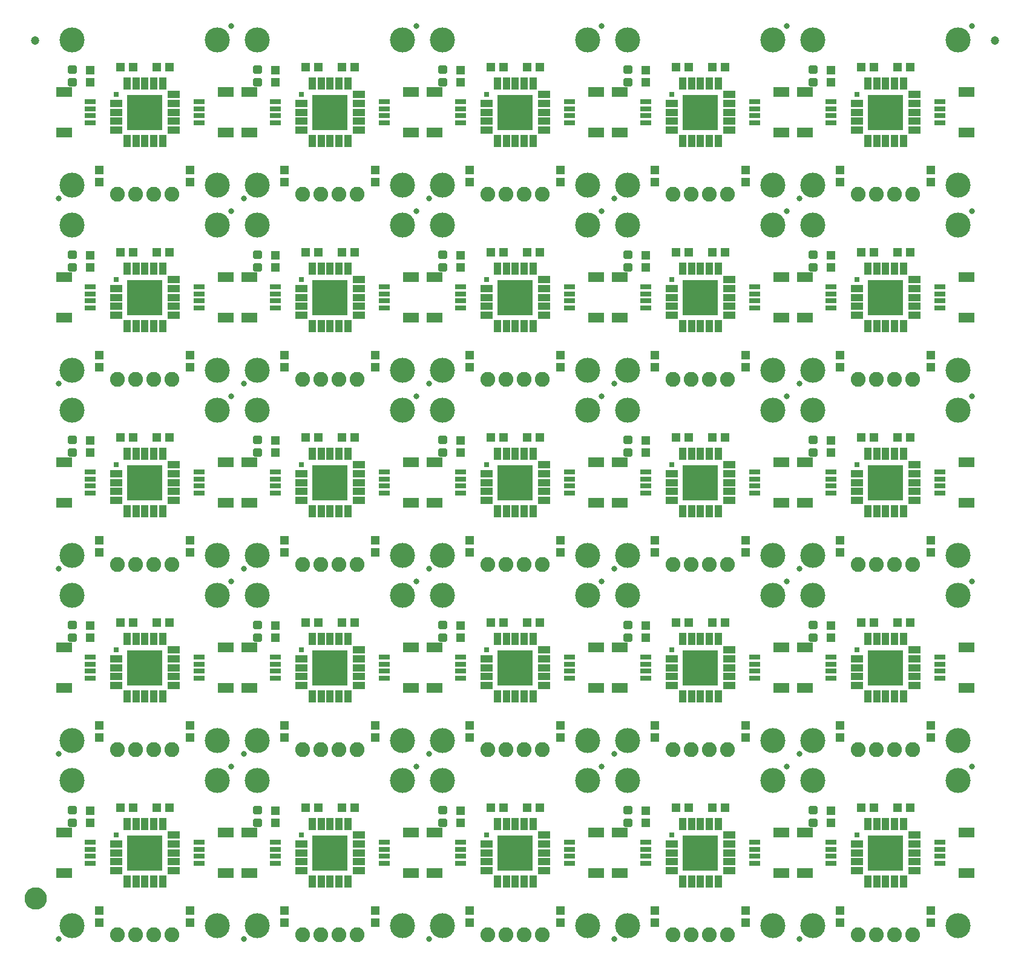
<source format=gts>
G04 EAGLE Gerber RS-274X export*
G75*
%MOMM*%
%FSLAX34Y34*%
%LPD*%
%INSoldermask Top*%
%IPPOS*%
%AMOC8*
5,1,8,0,0,1.08239X$1,22.5*%
G01*
%ADD10C,3.505200*%
%ADD11C,0.838200*%
%ADD12R,2.203200X1.403200*%
%ADD13R,1.553200X0.803200*%
%ADD14C,2.082800*%
%ADD15C,0.505344*%
%ADD16R,1.203200X1.303200*%
%ADD17R,5.003200X5.003200*%
%ADD18R,0.703200X0.703200*%
%ADD19R,1.703200X1.003200*%
%ADD20R,1.003200X1.703200*%
%ADD21R,1.303200X1.203200*%
%ADD22C,1.203200*%
%ADD23C,1.270000*%
%ADD24C,1.703200*%


D10*
X25400Y25400D03*
X25400Y228600D03*
D11*
X247650Y247650D03*
X6350Y6350D03*
D12*
X239950Y99000D03*
X239950Y155000D03*
D13*
X203200Y112000D03*
X203200Y122000D03*
X203200Y132000D03*
X203200Y142000D03*
D14*
X88900Y12700D03*
X114300Y12700D03*
X139700Y12700D03*
X165100Y12700D03*
D12*
X14050Y155000D03*
X14050Y99000D03*
D13*
X50800Y142000D03*
X50800Y132000D03*
X50800Y122000D03*
X50800Y112000D03*
D10*
X228600Y25400D03*
X228600Y228600D03*
D15*
X28890Y183080D02*
X21910Y183080D01*
X21910Y190060D01*
X28890Y190060D01*
X28890Y183080D01*
X28890Y187880D02*
X21910Y187880D01*
X21910Y165540D02*
X28890Y165540D01*
X21910Y165540D02*
X21910Y172520D01*
X28890Y172520D01*
X28890Y165540D01*
X28890Y170340D02*
X21910Y170340D01*
D16*
X50800Y169300D03*
X50800Y186300D03*
X63500Y29600D03*
X63500Y46600D03*
X190500Y29600D03*
X190500Y46600D03*
D17*
X127000Y127000D03*
D18*
X87000Y152000D03*
D19*
X87000Y139500D03*
X87000Y127000D03*
X87000Y114500D03*
X87000Y102000D03*
D20*
X102000Y87000D03*
X114500Y87000D03*
X127000Y87000D03*
X139500Y87000D03*
X152000Y87000D03*
D19*
X167000Y102000D03*
X167000Y114500D03*
X167000Y127000D03*
X167000Y139500D03*
X167000Y152000D03*
D20*
X152000Y167000D03*
X139500Y167000D03*
X127000Y167000D03*
X114500Y167000D03*
X102000Y167000D03*
D21*
X110100Y190500D03*
X93100Y190500D03*
X143900Y190500D03*
X160900Y190500D03*
D10*
X284480Y25400D03*
X284480Y228600D03*
D11*
X506730Y247650D03*
X265430Y6350D03*
D12*
X499030Y99000D03*
X499030Y155000D03*
D13*
X462280Y112000D03*
X462280Y122000D03*
X462280Y132000D03*
X462280Y142000D03*
D14*
X347980Y12700D03*
X373380Y12700D03*
X398780Y12700D03*
X424180Y12700D03*
D12*
X273130Y155000D03*
X273130Y99000D03*
D13*
X309880Y142000D03*
X309880Y132000D03*
X309880Y122000D03*
X309880Y112000D03*
D10*
X487680Y25400D03*
X487680Y228600D03*
D15*
X287970Y183080D02*
X280990Y183080D01*
X280990Y190060D01*
X287970Y190060D01*
X287970Y183080D01*
X287970Y187880D02*
X280990Y187880D01*
X280990Y165540D02*
X287970Y165540D01*
X280990Y165540D02*
X280990Y172520D01*
X287970Y172520D01*
X287970Y165540D01*
X287970Y170340D02*
X280990Y170340D01*
D16*
X309880Y169300D03*
X309880Y186300D03*
X322580Y29600D03*
X322580Y46600D03*
X449580Y29600D03*
X449580Y46600D03*
D17*
X386080Y127000D03*
D18*
X346080Y152000D03*
D19*
X346080Y139500D03*
X346080Y127000D03*
X346080Y114500D03*
X346080Y102000D03*
D20*
X361080Y87000D03*
X373580Y87000D03*
X386080Y87000D03*
X398580Y87000D03*
X411080Y87000D03*
D19*
X426080Y102000D03*
X426080Y114500D03*
X426080Y127000D03*
X426080Y139500D03*
X426080Y152000D03*
D20*
X411080Y167000D03*
X398580Y167000D03*
X386080Y167000D03*
X373580Y167000D03*
X361080Y167000D03*
D21*
X369180Y190500D03*
X352180Y190500D03*
X402980Y190500D03*
X419980Y190500D03*
D10*
X543560Y25400D03*
X543560Y228600D03*
D11*
X765810Y247650D03*
X524510Y6350D03*
D12*
X758110Y99000D03*
X758110Y155000D03*
D13*
X721360Y112000D03*
X721360Y122000D03*
X721360Y132000D03*
X721360Y142000D03*
D14*
X607060Y12700D03*
X632460Y12700D03*
X657860Y12700D03*
X683260Y12700D03*
D12*
X532210Y155000D03*
X532210Y99000D03*
D13*
X568960Y142000D03*
X568960Y132000D03*
X568960Y122000D03*
X568960Y112000D03*
D10*
X746760Y25400D03*
X746760Y228600D03*
D15*
X547050Y183080D02*
X540070Y183080D01*
X540070Y190060D01*
X547050Y190060D01*
X547050Y183080D01*
X547050Y187880D02*
X540070Y187880D01*
X540070Y165540D02*
X547050Y165540D01*
X540070Y165540D02*
X540070Y172520D01*
X547050Y172520D01*
X547050Y165540D01*
X547050Y170340D02*
X540070Y170340D01*
D16*
X568960Y169300D03*
X568960Y186300D03*
X581660Y29600D03*
X581660Y46600D03*
X708660Y29600D03*
X708660Y46600D03*
D17*
X645160Y127000D03*
D18*
X605160Y152000D03*
D19*
X605160Y139500D03*
X605160Y127000D03*
X605160Y114500D03*
X605160Y102000D03*
D20*
X620160Y87000D03*
X632660Y87000D03*
X645160Y87000D03*
X657660Y87000D03*
X670160Y87000D03*
D19*
X685160Y102000D03*
X685160Y114500D03*
X685160Y127000D03*
X685160Y139500D03*
X685160Y152000D03*
D20*
X670160Y167000D03*
X657660Y167000D03*
X645160Y167000D03*
X632660Y167000D03*
X620160Y167000D03*
D21*
X628260Y190500D03*
X611260Y190500D03*
X662060Y190500D03*
X679060Y190500D03*
D10*
X802640Y25400D03*
X802640Y228600D03*
D11*
X1024890Y247650D03*
X783590Y6350D03*
D12*
X1017190Y99000D03*
X1017190Y155000D03*
D13*
X980440Y112000D03*
X980440Y122000D03*
X980440Y132000D03*
X980440Y142000D03*
D14*
X866140Y12700D03*
X891540Y12700D03*
X916940Y12700D03*
X942340Y12700D03*
D12*
X791290Y155000D03*
X791290Y99000D03*
D13*
X828040Y142000D03*
X828040Y132000D03*
X828040Y122000D03*
X828040Y112000D03*
D10*
X1005840Y25400D03*
X1005840Y228600D03*
D15*
X806130Y183080D02*
X799150Y183080D01*
X799150Y190060D01*
X806130Y190060D01*
X806130Y183080D01*
X806130Y187880D02*
X799150Y187880D01*
X799150Y165540D02*
X806130Y165540D01*
X799150Y165540D02*
X799150Y172520D01*
X806130Y172520D01*
X806130Y165540D01*
X806130Y170340D02*
X799150Y170340D01*
D16*
X828040Y169300D03*
X828040Y186300D03*
X840740Y29600D03*
X840740Y46600D03*
X967740Y29600D03*
X967740Y46600D03*
D17*
X904240Y127000D03*
D18*
X864240Y152000D03*
D19*
X864240Y139500D03*
X864240Y127000D03*
X864240Y114500D03*
X864240Y102000D03*
D20*
X879240Y87000D03*
X891740Y87000D03*
X904240Y87000D03*
X916740Y87000D03*
X929240Y87000D03*
D19*
X944240Y102000D03*
X944240Y114500D03*
X944240Y127000D03*
X944240Y139500D03*
X944240Y152000D03*
D20*
X929240Y167000D03*
X916740Y167000D03*
X904240Y167000D03*
X891740Y167000D03*
X879240Y167000D03*
D21*
X887340Y190500D03*
X870340Y190500D03*
X921140Y190500D03*
X938140Y190500D03*
D10*
X1061720Y25400D03*
X1061720Y228600D03*
D11*
X1283970Y247650D03*
X1042670Y6350D03*
D12*
X1276270Y99000D03*
X1276270Y155000D03*
D13*
X1239520Y112000D03*
X1239520Y122000D03*
X1239520Y132000D03*
X1239520Y142000D03*
D14*
X1125220Y12700D03*
X1150620Y12700D03*
X1176020Y12700D03*
X1201420Y12700D03*
D12*
X1050370Y155000D03*
X1050370Y99000D03*
D13*
X1087120Y142000D03*
X1087120Y132000D03*
X1087120Y122000D03*
X1087120Y112000D03*
D10*
X1264920Y25400D03*
X1264920Y228600D03*
D15*
X1065210Y183080D02*
X1058230Y183080D01*
X1058230Y190060D01*
X1065210Y190060D01*
X1065210Y183080D01*
X1065210Y187880D02*
X1058230Y187880D01*
X1058230Y165540D02*
X1065210Y165540D01*
X1058230Y165540D02*
X1058230Y172520D01*
X1065210Y172520D01*
X1065210Y165540D01*
X1065210Y170340D02*
X1058230Y170340D01*
D16*
X1087120Y169300D03*
X1087120Y186300D03*
X1099820Y29600D03*
X1099820Y46600D03*
X1226820Y29600D03*
X1226820Y46600D03*
D17*
X1163320Y127000D03*
D18*
X1123320Y152000D03*
D19*
X1123320Y139500D03*
X1123320Y127000D03*
X1123320Y114500D03*
X1123320Y102000D03*
D20*
X1138320Y87000D03*
X1150820Y87000D03*
X1163320Y87000D03*
X1175820Y87000D03*
X1188320Y87000D03*
D19*
X1203320Y102000D03*
X1203320Y114500D03*
X1203320Y127000D03*
X1203320Y139500D03*
X1203320Y152000D03*
D20*
X1188320Y167000D03*
X1175820Y167000D03*
X1163320Y167000D03*
X1150820Y167000D03*
X1138320Y167000D03*
D21*
X1146420Y190500D03*
X1129420Y190500D03*
X1180220Y190500D03*
X1197220Y190500D03*
D10*
X25400Y284480D03*
X25400Y487680D03*
D11*
X247650Y506730D03*
X6350Y265430D03*
D12*
X239950Y358080D03*
X239950Y414080D03*
D13*
X203200Y371080D03*
X203200Y381080D03*
X203200Y391080D03*
X203200Y401080D03*
D14*
X88900Y271780D03*
X114300Y271780D03*
X139700Y271780D03*
X165100Y271780D03*
D12*
X14050Y414080D03*
X14050Y358080D03*
D13*
X50800Y401080D03*
X50800Y391080D03*
X50800Y381080D03*
X50800Y371080D03*
D10*
X228600Y284480D03*
X228600Y487680D03*
D15*
X28890Y442160D02*
X21910Y442160D01*
X21910Y449140D01*
X28890Y449140D01*
X28890Y442160D01*
X28890Y446960D02*
X21910Y446960D01*
X21910Y424620D02*
X28890Y424620D01*
X21910Y424620D02*
X21910Y431600D01*
X28890Y431600D01*
X28890Y424620D01*
X28890Y429420D02*
X21910Y429420D01*
D16*
X50800Y428380D03*
X50800Y445380D03*
X63500Y288680D03*
X63500Y305680D03*
X190500Y288680D03*
X190500Y305680D03*
D17*
X127000Y386080D03*
D18*
X87000Y411080D03*
D19*
X87000Y398580D03*
X87000Y386080D03*
X87000Y373580D03*
X87000Y361080D03*
D20*
X102000Y346080D03*
X114500Y346080D03*
X127000Y346080D03*
X139500Y346080D03*
X152000Y346080D03*
D19*
X167000Y361080D03*
X167000Y373580D03*
X167000Y386080D03*
X167000Y398580D03*
X167000Y411080D03*
D20*
X152000Y426080D03*
X139500Y426080D03*
X127000Y426080D03*
X114500Y426080D03*
X102000Y426080D03*
D21*
X110100Y449580D03*
X93100Y449580D03*
X143900Y449580D03*
X160900Y449580D03*
D10*
X284480Y284480D03*
X284480Y487680D03*
D11*
X506730Y506730D03*
X265430Y265430D03*
D12*
X499030Y358080D03*
X499030Y414080D03*
D13*
X462280Y371080D03*
X462280Y381080D03*
X462280Y391080D03*
X462280Y401080D03*
D14*
X347980Y271780D03*
X373380Y271780D03*
X398780Y271780D03*
X424180Y271780D03*
D12*
X273130Y414080D03*
X273130Y358080D03*
D13*
X309880Y401080D03*
X309880Y391080D03*
X309880Y381080D03*
X309880Y371080D03*
D10*
X487680Y284480D03*
X487680Y487680D03*
D15*
X287970Y442160D02*
X280990Y442160D01*
X280990Y449140D01*
X287970Y449140D01*
X287970Y442160D01*
X287970Y446960D02*
X280990Y446960D01*
X280990Y424620D02*
X287970Y424620D01*
X280990Y424620D02*
X280990Y431600D01*
X287970Y431600D01*
X287970Y424620D01*
X287970Y429420D02*
X280990Y429420D01*
D16*
X309880Y428380D03*
X309880Y445380D03*
X322580Y288680D03*
X322580Y305680D03*
X449580Y288680D03*
X449580Y305680D03*
D17*
X386080Y386080D03*
D18*
X346080Y411080D03*
D19*
X346080Y398580D03*
X346080Y386080D03*
X346080Y373580D03*
X346080Y361080D03*
D20*
X361080Y346080D03*
X373580Y346080D03*
X386080Y346080D03*
X398580Y346080D03*
X411080Y346080D03*
D19*
X426080Y361080D03*
X426080Y373580D03*
X426080Y386080D03*
X426080Y398580D03*
X426080Y411080D03*
D20*
X411080Y426080D03*
X398580Y426080D03*
X386080Y426080D03*
X373580Y426080D03*
X361080Y426080D03*
D21*
X369180Y449580D03*
X352180Y449580D03*
X402980Y449580D03*
X419980Y449580D03*
D10*
X543560Y284480D03*
X543560Y487680D03*
D11*
X765810Y506730D03*
X524510Y265430D03*
D12*
X758110Y358080D03*
X758110Y414080D03*
D13*
X721360Y371080D03*
X721360Y381080D03*
X721360Y391080D03*
X721360Y401080D03*
D14*
X607060Y271780D03*
X632460Y271780D03*
X657860Y271780D03*
X683260Y271780D03*
D12*
X532210Y414080D03*
X532210Y358080D03*
D13*
X568960Y401080D03*
X568960Y391080D03*
X568960Y381080D03*
X568960Y371080D03*
D10*
X746760Y284480D03*
X746760Y487680D03*
D15*
X547050Y442160D02*
X540070Y442160D01*
X540070Y449140D01*
X547050Y449140D01*
X547050Y442160D01*
X547050Y446960D02*
X540070Y446960D01*
X540070Y424620D02*
X547050Y424620D01*
X540070Y424620D02*
X540070Y431600D01*
X547050Y431600D01*
X547050Y424620D01*
X547050Y429420D02*
X540070Y429420D01*
D16*
X568960Y428380D03*
X568960Y445380D03*
X581660Y288680D03*
X581660Y305680D03*
X708660Y288680D03*
X708660Y305680D03*
D17*
X645160Y386080D03*
D18*
X605160Y411080D03*
D19*
X605160Y398580D03*
X605160Y386080D03*
X605160Y373580D03*
X605160Y361080D03*
D20*
X620160Y346080D03*
X632660Y346080D03*
X645160Y346080D03*
X657660Y346080D03*
X670160Y346080D03*
D19*
X685160Y361080D03*
X685160Y373580D03*
X685160Y386080D03*
X685160Y398580D03*
X685160Y411080D03*
D20*
X670160Y426080D03*
X657660Y426080D03*
X645160Y426080D03*
X632660Y426080D03*
X620160Y426080D03*
D21*
X628260Y449580D03*
X611260Y449580D03*
X662060Y449580D03*
X679060Y449580D03*
D10*
X802640Y284480D03*
X802640Y487680D03*
D11*
X1024890Y506730D03*
X783590Y265430D03*
D12*
X1017190Y358080D03*
X1017190Y414080D03*
D13*
X980440Y371080D03*
X980440Y381080D03*
X980440Y391080D03*
X980440Y401080D03*
D14*
X866140Y271780D03*
X891540Y271780D03*
X916940Y271780D03*
X942340Y271780D03*
D12*
X791290Y414080D03*
X791290Y358080D03*
D13*
X828040Y401080D03*
X828040Y391080D03*
X828040Y381080D03*
X828040Y371080D03*
D10*
X1005840Y284480D03*
X1005840Y487680D03*
D15*
X806130Y442160D02*
X799150Y442160D01*
X799150Y449140D01*
X806130Y449140D01*
X806130Y442160D01*
X806130Y446960D02*
X799150Y446960D01*
X799150Y424620D02*
X806130Y424620D01*
X799150Y424620D02*
X799150Y431600D01*
X806130Y431600D01*
X806130Y424620D01*
X806130Y429420D02*
X799150Y429420D01*
D16*
X828040Y428380D03*
X828040Y445380D03*
X840740Y288680D03*
X840740Y305680D03*
X967740Y288680D03*
X967740Y305680D03*
D17*
X904240Y386080D03*
D18*
X864240Y411080D03*
D19*
X864240Y398580D03*
X864240Y386080D03*
X864240Y373580D03*
X864240Y361080D03*
D20*
X879240Y346080D03*
X891740Y346080D03*
X904240Y346080D03*
X916740Y346080D03*
X929240Y346080D03*
D19*
X944240Y361080D03*
X944240Y373580D03*
X944240Y386080D03*
X944240Y398580D03*
X944240Y411080D03*
D20*
X929240Y426080D03*
X916740Y426080D03*
X904240Y426080D03*
X891740Y426080D03*
X879240Y426080D03*
D21*
X887340Y449580D03*
X870340Y449580D03*
X921140Y449580D03*
X938140Y449580D03*
D10*
X1061720Y284480D03*
X1061720Y487680D03*
D11*
X1283970Y506730D03*
X1042670Y265430D03*
D12*
X1276270Y358080D03*
X1276270Y414080D03*
D13*
X1239520Y371080D03*
X1239520Y381080D03*
X1239520Y391080D03*
X1239520Y401080D03*
D14*
X1125220Y271780D03*
X1150620Y271780D03*
X1176020Y271780D03*
X1201420Y271780D03*
D12*
X1050370Y414080D03*
X1050370Y358080D03*
D13*
X1087120Y401080D03*
X1087120Y391080D03*
X1087120Y381080D03*
X1087120Y371080D03*
D10*
X1264920Y284480D03*
X1264920Y487680D03*
D15*
X1065210Y442160D02*
X1058230Y442160D01*
X1058230Y449140D01*
X1065210Y449140D01*
X1065210Y442160D01*
X1065210Y446960D02*
X1058230Y446960D01*
X1058230Y424620D02*
X1065210Y424620D01*
X1058230Y424620D02*
X1058230Y431600D01*
X1065210Y431600D01*
X1065210Y424620D01*
X1065210Y429420D02*
X1058230Y429420D01*
D16*
X1087120Y428380D03*
X1087120Y445380D03*
X1099820Y288680D03*
X1099820Y305680D03*
X1226820Y288680D03*
X1226820Y305680D03*
D17*
X1163320Y386080D03*
D18*
X1123320Y411080D03*
D19*
X1123320Y398580D03*
X1123320Y386080D03*
X1123320Y373580D03*
X1123320Y361080D03*
D20*
X1138320Y346080D03*
X1150820Y346080D03*
X1163320Y346080D03*
X1175820Y346080D03*
X1188320Y346080D03*
D19*
X1203320Y361080D03*
X1203320Y373580D03*
X1203320Y386080D03*
X1203320Y398580D03*
X1203320Y411080D03*
D20*
X1188320Y426080D03*
X1175820Y426080D03*
X1163320Y426080D03*
X1150820Y426080D03*
X1138320Y426080D03*
D21*
X1146420Y449580D03*
X1129420Y449580D03*
X1180220Y449580D03*
X1197220Y449580D03*
D10*
X25400Y543560D03*
X25400Y746760D03*
D11*
X247650Y765810D03*
X6350Y524510D03*
D12*
X239950Y617160D03*
X239950Y673160D03*
D13*
X203200Y630160D03*
X203200Y640160D03*
X203200Y650160D03*
X203200Y660160D03*
D14*
X88900Y530860D03*
X114300Y530860D03*
X139700Y530860D03*
X165100Y530860D03*
D12*
X14050Y673160D03*
X14050Y617160D03*
D13*
X50800Y660160D03*
X50800Y650160D03*
X50800Y640160D03*
X50800Y630160D03*
D10*
X228600Y543560D03*
X228600Y746760D03*
D15*
X28890Y701240D02*
X21910Y701240D01*
X21910Y708220D01*
X28890Y708220D01*
X28890Y701240D01*
X28890Y706040D02*
X21910Y706040D01*
X21910Y683700D02*
X28890Y683700D01*
X21910Y683700D02*
X21910Y690680D01*
X28890Y690680D01*
X28890Y683700D01*
X28890Y688500D02*
X21910Y688500D01*
D16*
X50800Y687460D03*
X50800Y704460D03*
X63500Y547760D03*
X63500Y564760D03*
X190500Y547760D03*
X190500Y564760D03*
D17*
X127000Y645160D03*
D18*
X87000Y670160D03*
D19*
X87000Y657660D03*
X87000Y645160D03*
X87000Y632660D03*
X87000Y620160D03*
D20*
X102000Y605160D03*
X114500Y605160D03*
X127000Y605160D03*
X139500Y605160D03*
X152000Y605160D03*
D19*
X167000Y620160D03*
X167000Y632660D03*
X167000Y645160D03*
X167000Y657660D03*
X167000Y670160D03*
D20*
X152000Y685160D03*
X139500Y685160D03*
X127000Y685160D03*
X114500Y685160D03*
X102000Y685160D03*
D21*
X110100Y708660D03*
X93100Y708660D03*
X143900Y708660D03*
X160900Y708660D03*
D10*
X284480Y543560D03*
X284480Y746760D03*
D11*
X506730Y765810D03*
X265430Y524510D03*
D12*
X499030Y617160D03*
X499030Y673160D03*
D13*
X462280Y630160D03*
X462280Y640160D03*
X462280Y650160D03*
X462280Y660160D03*
D14*
X347980Y530860D03*
X373380Y530860D03*
X398780Y530860D03*
X424180Y530860D03*
D12*
X273130Y673160D03*
X273130Y617160D03*
D13*
X309880Y660160D03*
X309880Y650160D03*
X309880Y640160D03*
X309880Y630160D03*
D10*
X487680Y543560D03*
X487680Y746760D03*
D15*
X287970Y701240D02*
X280990Y701240D01*
X280990Y708220D01*
X287970Y708220D01*
X287970Y701240D01*
X287970Y706040D02*
X280990Y706040D01*
X280990Y683700D02*
X287970Y683700D01*
X280990Y683700D02*
X280990Y690680D01*
X287970Y690680D01*
X287970Y683700D01*
X287970Y688500D02*
X280990Y688500D01*
D16*
X309880Y687460D03*
X309880Y704460D03*
X322580Y547760D03*
X322580Y564760D03*
X449580Y547760D03*
X449580Y564760D03*
D17*
X386080Y645160D03*
D18*
X346080Y670160D03*
D19*
X346080Y657660D03*
X346080Y645160D03*
X346080Y632660D03*
X346080Y620160D03*
D20*
X361080Y605160D03*
X373580Y605160D03*
X386080Y605160D03*
X398580Y605160D03*
X411080Y605160D03*
D19*
X426080Y620160D03*
X426080Y632660D03*
X426080Y645160D03*
X426080Y657660D03*
X426080Y670160D03*
D20*
X411080Y685160D03*
X398580Y685160D03*
X386080Y685160D03*
X373580Y685160D03*
X361080Y685160D03*
D21*
X369180Y708660D03*
X352180Y708660D03*
X402980Y708660D03*
X419980Y708660D03*
D10*
X543560Y543560D03*
X543560Y746760D03*
D11*
X765810Y765810D03*
X524510Y524510D03*
D12*
X758110Y617160D03*
X758110Y673160D03*
D13*
X721360Y630160D03*
X721360Y640160D03*
X721360Y650160D03*
X721360Y660160D03*
D14*
X607060Y530860D03*
X632460Y530860D03*
X657860Y530860D03*
X683260Y530860D03*
D12*
X532210Y673160D03*
X532210Y617160D03*
D13*
X568960Y660160D03*
X568960Y650160D03*
X568960Y640160D03*
X568960Y630160D03*
D10*
X746760Y543560D03*
X746760Y746760D03*
D15*
X547050Y701240D02*
X540070Y701240D01*
X540070Y708220D01*
X547050Y708220D01*
X547050Y701240D01*
X547050Y706040D02*
X540070Y706040D01*
X540070Y683700D02*
X547050Y683700D01*
X540070Y683700D02*
X540070Y690680D01*
X547050Y690680D01*
X547050Y683700D01*
X547050Y688500D02*
X540070Y688500D01*
D16*
X568960Y687460D03*
X568960Y704460D03*
X581660Y547760D03*
X581660Y564760D03*
X708660Y547760D03*
X708660Y564760D03*
D17*
X645160Y645160D03*
D18*
X605160Y670160D03*
D19*
X605160Y657660D03*
X605160Y645160D03*
X605160Y632660D03*
X605160Y620160D03*
D20*
X620160Y605160D03*
X632660Y605160D03*
X645160Y605160D03*
X657660Y605160D03*
X670160Y605160D03*
D19*
X685160Y620160D03*
X685160Y632660D03*
X685160Y645160D03*
X685160Y657660D03*
X685160Y670160D03*
D20*
X670160Y685160D03*
X657660Y685160D03*
X645160Y685160D03*
X632660Y685160D03*
X620160Y685160D03*
D21*
X628260Y708660D03*
X611260Y708660D03*
X662060Y708660D03*
X679060Y708660D03*
D10*
X802640Y543560D03*
X802640Y746760D03*
D11*
X1024890Y765810D03*
X783590Y524510D03*
D12*
X1017190Y617160D03*
X1017190Y673160D03*
D13*
X980440Y630160D03*
X980440Y640160D03*
X980440Y650160D03*
X980440Y660160D03*
D14*
X866140Y530860D03*
X891540Y530860D03*
X916940Y530860D03*
X942340Y530860D03*
D12*
X791290Y673160D03*
X791290Y617160D03*
D13*
X828040Y660160D03*
X828040Y650160D03*
X828040Y640160D03*
X828040Y630160D03*
D10*
X1005840Y543560D03*
X1005840Y746760D03*
D15*
X806130Y701240D02*
X799150Y701240D01*
X799150Y708220D01*
X806130Y708220D01*
X806130Y701240D01*
X806130Y706040D02*
X799150Y706040D01*
X799150Y683700D02*
X806130Y683700D01*
X799150Y683700D02*
X799150Y690680D01*
X806130Y690680D01*
X806130Y683700D01*
X806130Y688500D02*
X799150Y688500D01*
D16*
X828040Y687460D03*
X828040Y704460D03*
X840740Y547760D03*
X840740Y564760D03*
X967740Y547760D03*
X967740Y564760D03*
D17*
X904240Y645160D03*
D18*
X864240Y670160D03*
D19*
X864240Y657660D03*
X864240Y645160D03*
X864240Y632660D03*
X864240Y620160D03*
D20*
X879240Y605160D03*
X891740Y605160D03*
X904240Y605160D03*
X916740Y605160D03*
X929240Y605160D03*
D19*
X944240Y620160D03*
X944240Y632660D03*
X944240Y645160D03*
X944240Y657660D03*
X944240Y670160D03*
D20*
X929240Y685160D03*
X916740Y685160D03*
X904240Y685160D03*
X891740Y685160D03*
X879240Y685160D03*
D21*
X887340Y708660D03*
X870340Y708660D03*
X921140Y708660D03*
X938140Y708660D03*
D10*
X1061720Y543560D03*
X1061720Y746760D03*
D11*
X1283970Y765810D03*
X1042670Y524510D03*
D12*
X1276270Y617160D03*
X1276270Y673160D03*
D13*
X1239520Y630160D03*
X1239520Y640160D03*
X1239520Y650160D03*
X1239520Y660160D03*
D14*
X1125220Y530860D03*
X1150620Y530860D03*
X1176020Y530860D03*
X1201420Y530860D03*
D12*
X1050370Y673160D03*
X1050370Y617160D03*
D13*
X1087120Y660160D03*
X1087120Y650160D03*
X1087120Y640160D03*
X1087120Y630160D03*
D10*
X1264920Y543560D03*
X1264920Y746760D03*
D15*
X1065210Y701240D02*
X1058230Y701240D01*
X1058230Y708220D01*
X1065210Y708220D01*
X1065210Y701240D01*
X1065210Y706040D02*
X1058230Y706040D01*
X1058230Y683700D02*
X1065210Y683700D01*
X1058230Y683700D02*
X1058230Y690680D01*
X1065210Y690680D01*
X1065210Y683700D01*
X1065210Y688500D02*
X1058230Y688500D01*
D16*
X1087120Y687460D03*
X1087120Y704460D03*
X1099820Y547760D03*
X1099820Y564760D03*
X1226820Y547760D03*
X1226820Y564760D03*
D17*
X1163320Y645160D03*
D18*
X1123320Y670160D03*
D19*
X1123320Y657660D03*
X1123320Y645160D03*
X1123320Y632660D03*
X1123320Y620160D03*
D20*
X1138320Y605160D03*
X1150820Y605160D03*
X1163320Y605160D03*
X1175820Y605160D03*
X1188320Y605160D03*
D19*
X1203320Y620160D03*
X1203320Y632660D03*
X1203320Y645160D03*
X1203320Y657660D03*
X1203320Y670160D03*
D20*
X1188320Y685160D03*
X1175820Y685160D03*
X1163320Y685160D03*
X1150820Y685160D03*
X1138320Y685160D03*
D21*
X1146420Y708660D03*
X1129420Y708660D03*
X1180220Y708660D03*
X1197220Y708660D03*
D10*
X25400Y802640D03*
X25400Y1005840D03*
D11*
X247650Y1024890D03*
X6350Y783590D03*
D12*
X239950Y876240D03*
X239950Y932240D03*
D13*
X203200Y889240D03*
X203200Y899240D03*
X203200Y909240D03*
X203200Y919240D03*
D14*
X88900Y789940D03*
X114300Y789940D03*
X139700Y789940D03*
X165100Y789940D03*
D12*
X14050Y932240D03*
X14050Y876240D03*
D13*
X50800Y919240D03*
X50800Y909240D03*
X50800Y899240D03*
X50800Y889240D03*
D10*
X228600Y802640D03*
X228600Y1005840D03*
D15*
X28890Y960320D02*
X21910Y960320D01*
X21910Y967300D01*
X28890Y967300D01*
X28890Y960320D01*
X28890Y965120D02*
X21910Y965120D01*
X21910Y942780D02*
X28890Y942780D01*
X21910Y942780D02*
X21910Y949760D01*
X28890Y949760D01*
X28890Y942780D01*
X28890Y947580D02*
X21910Y947580D01*
D16*
X50800Y946540D03*
X50800Y963540D03*
X63500Y806840D03*
X63500Y823840D03*
X190500Y806840D03*
X190500Y823840D03*
D17*
X127000Y904240D03*
D18*
X87000Y929240D03*
D19*
X87000Y916740D03*
X87000Y904240D03*
X87000Y891740D03*
X87000Y879240D03*
D20*
X102000Y864240D03*
X114500Y864240D03*
X127000Y864240D03*
X139500Y864240D03*
X152000Y864240D03*
D19*
X167000Y879240D03*
X167000Y891740D03*
X167000Y904240D03*
X167000Y916740D03*
X167000Y929240D03*
D20*
X152000Y944240D03*
X139500Y944240D03*
X127000Y944240D03*
X114500Y944240D03*
X102000Y944240D03*
D21*
X110100Y967740D03*
X93100Y967740D03*
X143900Y967740D03*
X160900Y967740D03*
D10*
X284480Y802640D03*
X284480Y1005840D03*
D11*
X506730Y1024890D03*
X265430Y783590D03*
D12*
X499030Y876240D03*
X499030Y932240D03*
D13*
X462280Y889240D03*
X462280Y899240D03*
X462280Y909240D03*
X462280Y919240D03*
D14*
X347980Y789940D03*
X373380Y789940D03*
X398780Y789940D03*
X424180Y789940D03*
D12*
X273130Y932240D03*
X273130Y876240D03*
D13*
X309880Y919240D03*
X309880Y909240D03*
X309880Y899240D03*
X309880Y889240D03*
D10*
X487680Y802640D03*
X487680Y1005840D03*
D15*
X287970Y960320D02*
X280990Y960320D01*
X280990Y967300D01*
X287970Y967300D01*
X287970Y960320D01*
X287970Y965120D02*
X280990Y965120D01*
X280990Y942780D02*
X287970Y942780D01*
X280990Y942780D02*
X280990Y949760D01*
X287970Y949760D01*
X287970Y942780D01*
X287970Y947580D02*
X280990Y947580D01*
D16*
X309880Y946540D03*
X309880Y963540D03*
X322580Y806840D03*
X322580Y823840D03*
X449580Y806840D03*
X449580Y823840D03*
D17*
X386080Y904240D03*
D18*
X346080Y929240D03*
D19*
X346080Y916740D03*
X346080Y904240D03*
X346080Y891740D03*
X346080Y879240D03*
D20*
X361080Y864240D03*
X373580Y864240D03*
X386080Y864240D03*
X398580Y864240D03*
X411080Y864240D03*
D19*
X426080Y879240D03*
X426080Y891740D03*
X426080Y904240D03*
X426080Y916740D03*
X426080Y929240D03*
D20*
X411080Y944240D03*
X398580Y944240D03*
X386080Y944240D03*
X373580Y944240D03*
X361080Y944240D03*
D21*
X369180Y967740D03*
X352180Y967740D03*
X402980Y967740D03*
X419980Y967740D03*
D10*
X543560Y802640D03*
X543560Y1005840D03*
D11*
X765810Y1024890D03*
X524510Y783590D03*
D12*
X758110Y876240D03*
X758110Y932240D03*
D13*
X721360Y889240D03*
X721360Y899240D03*
X721360Y909240D03*
X721360Y919240D03*
D14*
X607060Y789940D03*
X632460Y789940D03*
X657860Y789940D03*
X683260Y789940D03*
D12*
X532210Y932240D03*
X532210Y876240D03*
D13*
X568960Y919240D03*
X568960Y909240D03*
X568960Y899240D03*
X568960Y889240D03*
D10*
X746760Y802640D03*
X746760Y1005840D03*
D15*
X547050Y960320D02*
X540070Y960320D01*
X540070Y967300D01*
X547050Y967300D01*
X547050Y960320D01*
X547050Y965120D02*
X540070Y965120D01*
X540070Y942780D02*
X547050Y942780D01*
X540070Y942780D02*
X540070Y949760D01*
X547050Y949760D01*
X547050Y942780D01*
X547050Y947580D02*
X540070Y947580D01*
D16*
X568960Y946540D03*
X568960Y963540D03*
X581660Y806840D03*
X581660Y823840D03*
X708660Y806840D03*
X708660Y823840D03*
D17*
X645160Y904240D03*
D18*
X605160Y929240D03*
D19*
X605160Y916740D03*
X605160Y904240D03*
X605160Y891740D03*
X605160Y879240D03*
D20*
X620160Y864240D03*
X632660Y864240D03*
X645160Y864240D03*
X657660Y864240D03*
X670160Y864240D03*
D19*
X685160Y879240D03*
X685160Y891740D03*
X685160Y904240D03*
X685160Y916740D03*
X685160Y929240D03*
D20*
X670160Y944240D03*
X657660Y944240D03*
X645160Y944240D03*
X632660Y944240D03*
X620160Y944240D03*
D21*
X628260Y967740D03*
X611260Y967740D03*
X662060Y967740D03*
X679060Y967740D03*
D10*
X802640Y802640D03*
X802640Y1005840D03*
D11*
X1024890Y1024890D03*
X783590Y783590D03*
D12*
X1017190Y876240D03*
X1017190Y932240D03*
D13*
X980440Y889240D03*
X980440Y899240D03*
X980440Y909240D03*
X980440Y919240D03*
D14*
X866140Y789940D03*
X891540Y789940D03*
X916940Y789940D03*
X942340Y789940D03*
D12*
X791290Y932240D03*
X791290Y876240D03*
D13*
X828040Y919240D03*
X828040Y909240D03*
X828040Y899240D03*
X828040Y889240D03*
D10*
X1005840Y802640D03*
X1005840Y1005840D03*
D15*
X806130Y960320D02*
X799150Y960320D01*
X799150Y967300D01*
X806130Y967300D01*
X806130Y960320D01*
X806130Y965120D02*
X799150Y965120D01*
X799150Y942780D02*
X806130Y942780D01*
X799150Y942780D02*
X799150Y949760D01*
X806130Y949760D01*
X806130Y942780D01*
X806130Y947580D02*
X799150Y947580D01*
D16*
X828040Y946540D03*
X828040Y963540D03*
X840740Y806840D03*
X840740Y823840D03*
X967740Y806840D03*
X967740Y823840D03*
D17*
X904240Y904240D03*
D18*
X864240Y929240D03*
D19*
X864240Y916740D03*
X864240Y904240D03*
X864240Y891740D03*
X864240Y879240D03*
D20*
X879240Y864240D03*
X891740Y864240D03*
X904240Y864240D03*
X916740Y864240D03*
X929240Y864240D03*
D19*
X944240Y879240D03*
X944240Y891740D03*
X944240Y904240D03*
X944240Y916740D03*
X944240Y929240D03*
D20*
X929240Y944240D03*
X916740Y944240D03*
X904240Y944240D03*
X891740Y944240D03*
X879240Y944240D03*
D21*
X887340Y967740D03*
X870340Y967740D03*
X921140Y967740D03*
X938140Y967740D03*
D10*
X1061720Y802640D03*
X1061720Y1005840D03*
D11*
X1283970Y1024890D03*
X1042670Y783590D03*
D12*
X1276270Y876240D03*
X1276270Y932240D03*
D13*
X1239520Y889240D03*
X1239520Y899240D03*
X1239520Y909240D03*
X1239520Y919240D03*
D14*
X1125220Y789940D03*
X1150620Y789940D03*
X1176020Y789940D03*
X1201420Y789940D03*
D12*
X1050370Y932240D03*
X1050370Y876240D03*
D13*
X1087120Y919240D03*
X1087120Y909240D03*
X1087120Y899240D03*
X1087120Y889240D03*
D10*
X1264920Y802640D03*
X1264920Y1005840D03*
D15*
X1065210Y960320D02*
X1058230Y960320D01*
X1058230Y967300D01*
X1065210Y967300D01*
X1065210Y960320D01*
X1065210Y965120D02*
X1058230Y965120D01*
X1058230Y942780D02*
X1065210Y942780D01*
X1058230Y942780D02*
X1058230Y949760D01*
X1065210Y949760D01*
X1065210Y942780D01*
X1065210Y947580D02*
X1058230Y947580D01*
D16*
X1087120Y946540D03*
X1087120Y963540D03*
X1099820Y806840D03*
X1099820Y823840D03*
X1226820Y806840D03*
X1226820Y823840D03*
D17*
X1163320Y904240D03*
D18*
X1123320Y929240D03*
D19*
X1123320Y916740D03*
X1123320Y904240D03*
X1123320Y891740D03*
X1123320Y879240D03*
D20*
X1138320Y864240D03*
X1150820Y864240D03*
X1163320Y864240D03*
X1175820Y864240D03*
X1188320Y864240D03*
D19*
X1203320Y879240D03*
X1203320Y891740D03*
X1203320Y904240D03*
X1203320Y916740D03*
X1203320Y929240D03*
D20*
X1188320Y944240D03*
X1175820Y944240D03*
X1163320Y944240D03*
X1150820Y944240D03*
X1138320Y944240D03*
D21*
X1146420Y967740D03*
X1129420Y967740D03*
X1180220Y967740D03*
X1197220Y967740D03*
D10*
X25400Y1061720D03*
X25400Y1264920D03*
D11*
X247650Y1283970D03*
X6350Y1042670D03*
D12*
X239950Y1135320D03*
X239950Y1191320D03*
D13*
X203200Y1148320D03*
X203200Y1158320D03*
X203200Y1168320D03*
X203200Y1178320D03*
D14*
X88900Y1049020D03*
X114300Y1049020D03*
X139700Y1049020D03*
X165100Y1049020D03*
D12*
X14050Y1191320D03*
X14050Y1135320D03*
D13*
X50800Y1178320D03*
X50800Y1168320D03*
X50800Y1158320D03*
X50800Y1148320D03*
D10*
X228600Y1061720D03*
X228600Y1264920D03*
D15*
X28890Y1219400D02*
X21910Y1219400D01*
X21910Y1226380D01*
X28890Y1226380D01*
X28890Y1219400D01*
X28890Y1224200D02*
X21910Y1224200D01*
X21910Y1201860D02*
X28890Y1201860D01*
X21910Y1201860D02*
X21910Y1208840D01*
X28890Y1208840D01*
X28890Y1201860D01*
X28890Y1206660D02*
X21910Y1206660D01*
D16*
X50800Y1205620D03*
X50800Y1222620D03*
X63500Y1065920D03*
X63500Y1082920D03*
X190500Y1065920D03*
X190500Y1082920D03*
D17*
X127000Y1163320D03*
D18*
X87000Y1188320D03*
D19*
X87000Y1175820D03*
X87000Y1163320D03*
X87000Y1150820D03*
X87000Y1138320D03*
D20*
X102000Y1123320D03*
X114500Y1123320D03*
X127000Y1123320D03*
X139500Y1123320D03*
X152000Y1123320D03*
D19*
X167000Y1138320D03*
X167000Y1150820D03*
X167000Y1163320D03*
X167000Y1175820D03*
X167000Y1188320D03*
D20*
X152000Y1203320D03*
X139500Y1203320D03*
X127000Y1203320D03*
X114500Y1203320D03*
X102000Y1203320D03*
D21*
X110100Y1226820D03*
X93100Y1226820D03*
X143900Y1226820D03*
X160900Y1226820D03*
D10*
X284480Y1061720D03*
X284480Y1264920D03*
D11*
X506730Y1283970D03*
X265430Y1042670D03*
D12*
X499030Y1135320D03*
X499030Y1191320D03*
D13*
X462280Y1148320D03*
X462280Y1158320D03*
X462280Y1168320D03*
X462280Y1178320D03*
D14*
X347980Y1049020D03*
X373380Y1049020D03*
X398780Y1049020D03*
X424180Y1049020D03*
D12*
X273130Y1191320D03*
X273130Y1135320D03*
D13*
X309880Y1178320D03*
X309880Y1168320D03*
X309880Y1158320D03*
X309880Y1148320D03*
D10*
X487680Y1061720D03*
X487680Y1264920D03*
D15*
X287970Y1219400D02*
X280990Y1219400D01*
X280990Y1226380D01*
X287970Y1226380D01*
X287970Y1219400D01*
X287970Y1224200D02*
X280990Y1224200D01*
X280990Y1201860D02*
X287970Y1201860D01*
X280990Y1201860D02*
X280990Y1208840D01*
X287970Y1208840D01*
X287970Y1201860D01*
X287970Y1206660D02*
X280990Y1206660D01*
D16*
X309880Y1205620D03*
X309880Y1222620D03*
X322580Y1065920D03*
X322580Y1082920D03*
X449580Y1065920D03*
X449580Y1082920D03*
D17*
X386080Y1163320D03*
D18*
X346080Y1188320D03*
D19*
X346080Y1175820D03*
X346080Y1163320D03*
X346080Y1150820D03*
X346080Y1138320D03*
D20*
X361080Y1123320D03*
X373580Y1123320D03*
X386080Y1123320D03*
X398580Y1123320D03*
X411080Y1123320D03*
D19*
X426080Y1138320D03*
X426080Y1150820D03*
X426080Y1163320D03*
X426080Y1175820D03*
X426080Y1188320D03*
D20*
X411080Y1203320D03*
X398580Y1203320D03*
X386080Y1203320D03*
X373580Y1203320D03*
X361080Y1203320D03*
D21*
X369180Y1226820D03*
X352180Y1226820D03*
X402980Y1226820D03*
X419980Y1226820D03*
D10*
X543560Y1061720D03*
X543560Y1264920D03*
D11*
X765810Y1283970D03*
X524510Y1042670D03*
D12*
X758110Y1135320D03*
X758110Y1191320D03*
D13*
X721360Y1148320D03*
X721360Y1158320D03*
X721360Y1168320D03*
X721360Y1178320D03*
D14*
X607060Y1049020D03*
X632460Y1049020D03*
X657860Y1049020D03*
X683260Y1049020D03*
D12*
X532210Y1191320D03*
X532210Y1135320D03*
D13*
X568960Y1178320D03*
X568960Y1168320D03*
X568960Y1158320D03*
X568960Y1148320D03*
D10*
X746760Y1061720D03*
X746760Y1264920D03*
D15*
X547050Y1219400D02*
X540070Y1219400D01*
X540070Y1226380D01*
X547050Y1226380D01*
X547050Y1219400D01*
X547050Y1224200D02*
X540070Y1224200D01*
X540070Y1201860D02*
X547050Y1201860D01*
X540070Y1201860D02*
X540070Y1208840D01*
X547050Y1208840D01*
X547050Y1201860D01*
X547050Y1206660D02*
X540070Y1206660D01*
D16*
X568960Y1205620D03*
X568960Y1222620D03*
X581660Y1065920D03*
X581660Y1082920D03*
X708660Y1065920D03*
X708660Y1082920D03*
D17*
X645160Y1163320D03*
D18*
X605160Y1188320D03*
D19*
X605160Y1175820D03*
X605160Y1163320D03*
X605160Y1150820D03*
X605160Y1138320D03*
D20*
X620160Y1123320D03*
X632660Y1123320D03*
X645160Y1123320D03*
X657660Y1123320D03*
X670160Y1123320D03*
D19*
X685160Y1138320D03*
X685160Y1150820D03*
X685160Y1163320D03*
X685160Y1175820D03*
X685160Y1188320D03*
D20*
X670160Y1203320D03*
X657660Y1203320D03*
X645160Y1203320D03*
X632660Y1203320D03*
X620160Y1203320D03*
D21*
X628260Y1226820D03*
X611260Y1226820D03*
X662060Y1226820D03*
X679060Y1226820D03*
D10*
X802640Y1061720D03*
X802640Y1264920D03*
D11*
X1024890Y1283970D03*
X783590Y1042670D03*
D12*
X1017190Y1135320D03*
X1017190Y1191320D03*
D13*
X980440Y1148320D03*
X980440Y1158320D03*
X980440Y1168320D03*
X980440Y1178320D03*
D14*
X866140Y1049020D03*
X891540Y1049020D03*
X916940Y1049020D03*
X942340Y1049020D03*
D12*
X791290Y1191320D03*
X791290Y1135320D03*
D13*
X828040Y1178320D03*
X828040Y1168320D03*
X828040Y1158320D03*
X828040Y1148320D03*
D10*
X1005840Y1061720D03*
X1005840Y1264920D03*
D15*
X806130Y1219400D02*
X799150Y1219400D01*
X799150Y1226380D01*
X806130Y1226380D01*
X806130Y1219400D01*
X806130Y1224200D02*
X799150Y1224200D01*
X799150Y1201860D02*
X806130Y1201860D01*
X799150Y1201860D02*
X799150Y1208840D01*
X806130Y1208840D01*
X806130Y1201860D01*
X806130Y1206660D02*
X799150Y1206660D01*
D16*
X828040Y1205620D03*
X828040Y1222620D03*
X840740Y1065920D03*
X840740Y1082920D03*
X967740Y1065920D03*
X967740Y1082920D03*
D17*
X904240Y1163320D03*
D18*
X864240Y1188320D03*
D19*
X864240Y1175820D03*
X864240Y1163320D03*
X864240Y1150820D03*
X864240Y1138320D03*
D20*
X879240Y1123320D03*
X891740Y1123320D03*
X904240Y1123320D03*
X916740Y1123320D03*
X929240Y1123320D03*
D19*
X944240Y1138320D03*
X944240Y1150820D03*
X944240Y1163320D03*
X944240Y1175820D03*
X944240Y1188320D03*
D20*
X929240Y1203320D03*
X916740Y1203320D03*
X904240Y1203320D03*
X891740Y1203320D03*
X879240Y1203320D03*
D21*
X887340Y1226820D03*
X870340Y1226820D03*
X921140Y1226820D03*
X938140Y1226820D03*
D10*
X1061720Y1061720D03*
X1061720Y1264920D03*
D11*
X1283970Y1283970D03*
X1042670Y1042670D03*
D12*
X1276270Y1135320D03*
X1276270Y1191320D03*
D13*
X1239520Y1148320D03*
X1239520Y1158320D03*
X1239520Y1168320D03*
X1239520Y1178320D03*
D14*
X1125220Y1049020D03*
X1150620Y1049020D03*
X1176020Y1049020D03*
X1201420Y1049020D03*
D12*
X1050370Y1191320D03*
X1050370Y1135320D03*
D13*
X1087120Y1178320D03*
X1087120Y1168320D03*
X1087120Y1158320D03*
X1087120Y1148320D03*
D10*
X1264920Y1061720D03*
X1264920Y1264920D03*
D15*
X1065210Y1219400D02*
X1058230Y1219400D01*
X1058230Y1226380D01*
X1065210Y1226380D01*
X1065210Y1219400D01*
X1065210Y1224200D02*
X1058230Y1224200D01*
X1058230Y1201860D02*
X1065210Y1201860D01*
X1058230Y1201860D02*
X1058230Y1208840D01*
X1065210Y1208840D01*
X1065210Y1201860D01*
X1065210Y1206660D02*
X1058230Y1206660D01*
D16*
X1087120Y1205620D03*
X1087120Y1222620D03*
X1099820Y1065920D03*
X1099820Y1082920D03*
X1226820Y1065920D03*
X1226820Y1082920D03*
D17*
X1163320Y1163320D03*
D18*
X1123320Y1188320D03*
D19*
X1123320Y1175820D03*
X1123320Y1163320D03*
X1123320Y1150820D03*
X1123320Y1138320D03*
D20*
X1138320Y1123320D03*
X1150820Y1123320D03*
X1163320Y1123320D03*
X1175820Y1123320D03*
X1188320Y1123320D03*
D19*
X1203320Y1138320D03*
X1203320Y1150820D03*
X1203320Y1163320D03*
X1203320Y1175820D03*
X1203320Y1188320D03*
D20*
X1188320Y1203320D03*
X1175820Y1203320D03*
X1163320Y1203320D03*
X1150820Y1203320D03*
X1138320Y1203320D03*
D21*
X1146420Y1226820D03*
X1129420Y1226820D03*
X1180220Y1226820D03*
X1197220Y1226820D03*
D22*
X-26238Y1263650D03*
X1316558Y1263650D03*
D23*
X-35293Y63500D02*
X-35290Y63722D01*
X-35282Y63944D01*
X-35268Y64166D01*
X-35249Y64388D01*
X-35225Y64608D01*
X-35195Y64829D01*
X-35160Y65048D01*
X-35119Y65267D01*
X-35073Y65484D01*
X-35022Y65700D01*
X-34965Y65915D01*
X-34903Y66129D01*
X-34836Y66340D01*
X-34764Y66551D01*
X-34686Y66759D01*
X-34604Y66965D01*
X-34516Y67169D01*
X-34424Y67372D01*
X-34326Y67571D01*
X-34224Y67768D01*
X-34117Y67963D01*
X-34005Y68155D01*
X-33888Y68344D01*
X-33767Y68531D01*
X-33641Y68714D01*
X-33511Y68894D01*
X-33376Y69071D01*
X-33238Y69244D01*
X-33095Y69414D01*
X-32947Y69581D01*
X-32796Y69744D01*
X-32641Y69903D01*
X-32482Y70058D01*
X-32319Y70209D01*
X-32152Y70357D01*
X-31982Y70500D01*
X-31809Y70638D01*
X-31632Y70773D01*
X-31452Y70903D01*
X-31269Y71029D01*
X-31082Y71150D01*
X-30893Y71267D01*
X-30701Y71379D01*
X-30506Y71486D01*
X-30309Y71588D01*
X-30110Y71686D01*
X-29907Y71778D01*
X-29703Y71866D01*
X-29497Y71948D01*
X-29289Y72026D01*
X-29078Y72098D01*
X-28867Y72165D01*
X-28653Y72227D01*
X-28438Y72284D01*
X-28222Y72335D01*
X-28005Y72381D01*
X-27786Y72422D01*
X-27567Y72457D01*
X-27346Y72487D01*
X-27126Y72511D01*
X-26904Y72530D01*
X-26682Y72544D01*
X-26460Y72552D01*
X-26238Y72555D01*
X-26016Y72552D01*
X-25794Y72544D01*
X-25572Y72530D01*
X-25350Y72511D01*
X-25130Y72487D01*
X-24909Y72457D01*
X-24690Y72422D01*
X-24471Y72381D01*
X-24254Y72335D01*
X-24038Y72284D01*
X-23823Y72227D01*
X-23609Y72165D01*
X-23398Y72098D01*
X-23187Y72026D01*
X-22979Y71948D01*
X-22773Y71866D01*
X-22569Y71778D01*
X-22366Y71686D01*
X-22167Y71588D01*
X-21970Y71486D01*
X-21775Y71379D01*
X-21583Y71267D01*
X-21394Y71150D01*
X-21207Y71029D01*
X-21024Y70903D01*
X-20844Y70773D01*
X-20667Y70638D01*
X-20494Y70500D01*
X-20324Y70357D01*
X-20157Y70209D01*
X-19994Y70058D01*
X-19835Y69903D01*
X-19680Y69744D01*
X-19529Y69581D01*
X-19381Y69414D01*
X-19238Y69244D01*
X-19100Y69071D01*
X-18965Y68894D01*
X-18835Y68714D01*
X-18709Y68531D01*
X-18588Y68344D01*
X-18471Y68155D01*
X-18359Y67963D01*
X-18252Y67768D01*
X-18150Y67571D01*
X-18052Y67372D01*
X-17960Y67169D01*
X-17872Y66965D01*
X-17790Y66759D01*
X-17712Y66551D01*
X-17640Y66340D01*
X-17573Y66129D01*
X-17511Y65915D01*
X-17454Y65700D01*
X-17403Y65484D01*
X-17357Y65267D01*
X-17316Y65048D01*
X-17281Y64829D01*
X-17251Y64608D01*
X-17227Y64388D01*
X-17208Y64166D01*
X-17194Y63944D01*
X-17186Y63722D01*
X-17183Y63500D01*
X-17186Y63278D01*
X-17194Y63056D01*
X-17208Y62834D01*
X-17227Y62612D01*
X-17251Y62392D01*
X-17281Y62171D01*
X-17316Y61952D01*
X-17357Y61733D01*
X-17403Y61516D01*
X-17454Y61300D01*
X-17511Y61085D01*
X-17573Y60871D01*
X-17640Y60660D01*
X-17712Y60449D01*
X-17790Y60241D01*
X-17872Y60035D01*
X-17960Y59831D01*
X-18052Y59628D01*
X-18150Y59429D01*
X-18252Y59232D01*
X-18359Y59037D01*
X-18471Y58845D01*
X-18588Y58656D01*
X-18709Y58469D01*
X-18835Y58286D01*
X-18965Y58106D01*
X-19100Y57929D01*
X-19238Y57756D01*
X-19381Y57586D01*
X-19529Y57419D01*
X-19680Y57256D01*
X-19835Y57097D01*
X-19994Y56942D01*
X-20157Y56791D01*
X-20324Y56643D01*
X-20494Y56500D01*
X-20667Y56362D01*
X-20844Y56227D01*
X-21024Y56097D01*
X-21207Y55971D01*
X-21394Y55850D01*
X-21583Y55733D01*
X-21775Y55621D01*
X-21970Y55514D01*
X-22167Y55412D01*
X-22366Y55314D01*
X-22569Y55222D01*
X-22773Y55134D01*
X-22979Y55052D01*
X-23187Y54974D01*
X-23398Y54902D01*
X-23609Y54835D01*
X-23823Y54773D01*
X-24038Y54716D01*
X-24254Y54665D01*
X-24471Y54619D01*
X-24690Y54578D01*
X-24909Y54543D01*
X-25130Y54513D01*
X-25350Y54489D01*
X-25572Y54470D01*
X-25794Y54456D01*
X-26016Y54448D01*
X-26238Y54445D01*
X-26460Y54448D01*
X-26682Y54456D01*
X-26904Y54470D01*
X-27126Y54489D01*
X-27346Y54513D01*
X-27567Y54543D01*
X-27786Y54578D01*
X-28005Y54619D01*
X-28222Y54665D01*
X-28438Y54716D01*
X-28653Y54773D01*
X-28867Y54835D01*
X-29078Y54902D01*
X-29289Y54974D01*
X-29497Y55052D01*
X-29703Y55134D01*
X-29907Y55222D01*
X-30110Y55314D01*
X-30309Y55412D01*
X-30506Y55514D01*
X-30701Y55621D01*
X-30893Y55733D01*
X-31082Y55850D01*
X-31269Y55971D01*
X-31452Y56097D01*
X-31632Y56227D01*
X-31809Y56362D01*
X-31982Y56500D01*
X-32152Y56643D01*
X-32319Y56791D01*
X-32482Y56942D01*
X-32641Y57097D01*
X-32796Y57256D01*
X-32947Y57419D01*
X-33095Y57586D01*
X-33238Y57756D01*
X-33376Y57929D01*
X-33511Y58106D01*
X-33641Y58286D01*
X-33767Y58469D01*
X-33888Y58656D01*
X-34005Y58845D01*
X-34117Y59037D01*
X-34224Y59232D01*
X-34326Y59429D01*
X-34424Y59628D01*
X-34516Y59831D01*
X-34604Y60035D01*
X-34686Y60241D01*
X-34764Y60449D01*
X-34836Y60660D01*
X-34903Y60871D01*
X-34965Y61085D01*
X-35022Y61300D01*
X-35073Y61516D01*
X-35119Y61733D01*
X-35160Y61952D01*
X-35195Y62171D01*
X-35225Y62392D01*
X-35249Y62612D01*
X-35268Y62834D01*
X-35282Y63056D01*
X-35290Y63278D01*
X-35293Y63500D01*
D24*
X-26238Y63500D03*
M02*

</source>
